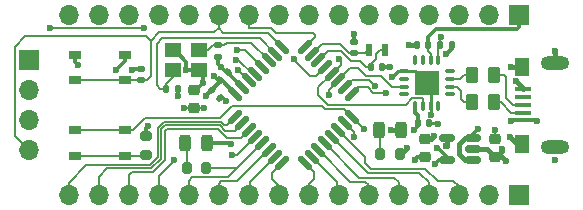
<source format=gtl>
G04 #@! TF.GenerationSoftware,KiCad,Pcbnew,7.0.7*
G04 #@! TF.CreationDate,2023-09-06T15:40:30-04:00*
G04 #@! TF.ProjectId,stm8l151k6t6_board,73746d38-6c31-4353-916b-3674365f626f,rev?*
G04 #@! TF.SameCoordinates,Original*
G04 #@! TF.FileFunction,Copper,L1,Top*
G04 #@! TF.FilePolarity,Positive*
%FSLAX46Y46*%
G04 Gerber Fmt 4.6, Leading zero omitted, Abs format (unit mm)*
G04 Created by KiCad (PCBNEW 7.0.7) date 2023-09-06 15:40:30*
%MOMM*%
%LPD*%
G01*
G04 APERTURE LIST*
G04 Aperture macros list*
%AMRoundRect*
0 Rectangle with rounded corners*
0 $1 Rounding radius*
0 $2 $3 $4 $5 $6 $7 $8 $9 X,Y pos of 4 corners*
0 Add a 4 corners polygon primitive as box body*
4,1,4,$2,$3,$4,$5,$6,$7,$8,$9,$2,$3,0*
0 Add four circle primitives for the rounded corners*
1,1,$1+$1,$2,$3*
1,1,$1+$1,$4,$5*
1,1,$1+$1,$6,$7*
1,1,$1+$1,$8,$9*
0 Add four rect primitives between the rounded corners*
20,1,$1+$1,$2,$3,$4,$5,0*
20,1,$1+$1,$4,$5,$6,$7,0*
20,1,$1+$1,$6,$7,$8,$9,0*
20,1,$1+$1,$8,$9,$2,$3,0*%
G04 Aperture macros list end*
G04 #@! TA.AperFunction,SMDPad,CuDef*
%ADD10RoundRect,0.140000X-0.140000X-0.170000X0.140000X-0.170000X0.140000X0.170000X-0.140000X0.170000X0*%
G04 #@! TD*
G04 #@! TA.AperFunction,SMDPad,CuDef*
%ADD11RoundRect,0.150000X0.512500X0.150000X-0.512500X0.150000X-0.512500X-0.150000X0.512500X-0.150000X0*%
G04 #@! TD*
G04 #@! TA.AperFunction,SMDPad,CuDef*
%ADD12RoundRect,0.225000X0.250000X-0.225000X0.250000X0.225000X-0.250000X0.225000X-0.250000X-0.225000X0*%
G04 #@! TD*
G04 #@! TA.AperFunction,SMDPad,CuDef*
%ADD13R,1.400000X1.200000*%
G04 #@! TD*
G04 #@! TA.AperFunction,SMDPad,CuDef*
%ADD14RoundRect,0.250000X0.262500X0.450000X-0.262500X0.450000X-0.262500X-0.450000X0.262500X-0.450000X0*%
G04 #@! TD*
G04 #@! TA.AperFunction,SMDPad,CuDef*
%ADD15RoundRect,0.140000X0.170000X-0.140000X0.170000X0.140000X-0.170000X0.140000X-0.170000X-0.140000X0*%
G04 #@! TD*
G04 #@! TA.AperFunction,SMDPad,CuDef*
%ADD16RoundRect,0.140000X0.021213X-0.219203X0.219203X-0.021213X-0.021213X0.219203X-0.219203X0.021213X0*%
G04 #@! TD*
G04 #@! TA.AperFunction,SMDPad,CuDef*
%ADD17RoundRect,0.200000X0.275000X-0.200000X0.275000X0.200000X-0.275000X0.200000X-0.275000X-0.200000X0*%
G04 #@! TD*
G04 #@! TA.AperFunction,SMDPad,CuDef*
%ADD18RoundRect,0.200000X0.200000X0.275000X-0.200000X0.275000X-0.200000X-0.275000X0.200000X-0.275000X0*%
G04 #@! TD*
G04 #@! TA.AperFunction,SMDPad,CuDef*
%ADD19R,1.350013X0.400000*%
G04 #@! TD*
G04 #@! TA.AperFunction,SMDPad,CuDef*
%ADD20R,1.199898X1.600000*%
G04 #@! TD*
G04 #@! TA.AperFunction,ComponentPad*
%ADD21O,2.400000X1.200000*%
G04 #@! TD*
G04 #@! TA.AperFunction,SMDPad,CuDef*
%ADD22RoundRect,0.140000X0.140000X0.170000X-0.140000X0.170000X-0.140000X-0.170000X0.140000X-0.170000X0*%
G04 #@! TD*
G04 #@! TA.AperFunction,SMDPad,CuDef*
%ADD23RoundRect,0.075000X0.075000X-0.350000X0.075000X0.350000X-0.075000X0.350000X-0.075000X-0.350000X0*%
G04 #@! TD*
G04 #@! TA.AperFunction,SMDPad,CuDef*
%ADD24RoundRect,0.075000X0.350000X-0.075000X0.350000X0.075000X-0.350000X0.075000X-0.350000X-0.075000X0*%
G04 #@! TD*
G04 #@! TA.AperFunction,SMDPad,CuDef*
%ADD25R,2.100000X2.100000*%
G04 #@! TD*
G04 #@! TA.AperFunction,SMDPad,CuDef*
%ADD26RoundRect,0.125000X-0.530330X0.353553X0.353553X-0.530330X0.530330X-0.353553X-0.353553X0.530330X0*%
G04 #@! TD*
G04 #@! TA.AperFunction,SMDPad,CuDef*
%ADD27RoundRect,0.125000X-0.530330X-0.353553X-0.353553X-0.530330X0.530330X0.353553X0.353553X0.530330X0*%
G04 #@! TD*
G04 #@! TA.AperFunction,SMDPad,CuDef*
%ADD28R,1.050013X0.700000*%
G04 #@! TD*
G04 #@! TA.AperFunction,SMDPad,CuDef*
%ADD29RoundRect,0.243750X0.243750X0.456250X-0.243750X0.456250X-0.243750X-0.456250X0.243750X-0.456250X0*%
G04 #@! TD*
G04 #@! TA.AperFunction,SMDPad,CuDef*
%ADD30R,0.600000X1.100000*%
G04 #@! TD*
G04 #@! TA.AperFunction,SMDPad,CuDef*
%ADD31RoundRect,0.140000X-0.219203X-0.021213X-0.021213X-0.219203X0.219203X0.021213X0.021213X0.219203X0*%
G04 #@! TD*
G04 #@! TA.AperFunction,SMDPad,CuDef*
%ADD32RoundRect,0.225000X-0.250000X0.225000X-0.250000X-0.225000X0.250000X-0.225000X0.250000X0.225000X0*%
G04 #@! TD*
G04 #@! TA.AperFunction,ComponentPad*
%ADD33R,1.700000X1.700000*%
G04 #@! TD*
G04 #@! TA.AperFunction,ComponentPad*
%ADD34O,1.700000X1.700000*%
G04 #@! TD*
G04 #@! TA.AperFunction,SMDPad,CuDef*
%ADD35RoundRect,0.140000X-0.170000X0.140000X-0.170000X-0.140000X0.170000X-0.140000X0.170000X0.140000X0*%
G04 #@! TD*
G04 #@! TA.AperFunction,ViaPad*
%ADD36C,0.600000*%
G04 #@! TD*
G04 #@! TA.AperFunction,Conductor*
%ADD37C,0.450000*%
G04 #@! TD*
G04 #@! TA.AperFunction,Conductor*
%ADD38C,0.350000*%
G04 #@! TD*
G04 #@! TA.AperFunction,Conductor*
%ADD39C,0.300000*%
G04 #@! TD*
G04 #@! TA.AperFunction,Conductor*
%ADD40C,0.200000*%
G04 #@! TD*
G04 #@! TA.AperFunction,Conductor*
%ADD41C,0.400000*%
G04 #@! TD*
G04 #@! TA.AperFunction,Conductor*
%ADD42C,0.250000*%
G04 #@! TD*
G04 #@! TA.AperFunction,Conductor*
%ADD43C,0.150000*%
G04 #@! TD*
G04 APERTURE END LIST*
D10*
X143570000Y-109800000D03*
X144530000Y-109800000D03*
D11*
X152237500Y-117650000D03*
X152237500Y-116700000D03*
X152237500Y-115750000D03*
X149962500Y-115750000D03*
X149962500Y-117650000D03*
D12*
X128550000Y-113225000D03*
X128550000Y-111675000D03*
D13*
X126800000Y-110050000D03*
X129000000Y-110050000D03*
X129000000Y-108350000D03*
X126800000Y-108350000D03*
D14*
X153962500Y-112750000D03*
X152137500Y-112750000D03*
D15*
X124100076Y-110854930D03*
X124100076Y-109894930D03*
D16*
X130810589Y-110889411D03*
X131489411Y-110210589D03*
D17*
X124500000Y-117225000D03*
X124500000Y-115575000D03*
D18*
X129600000Y-118325000D03*
X127950000Y-118325000D03*
D19*
X156449898Y-114270003D03*
X156449898Y-113619761D03*
X156449898Y-112969520D03*
X156449898Y-112319279D03*
X156449898Y-111669037D03*
D20*
X156374968Y-116249936D03*
X156374968Y-109750064D03*
D21*
X159125032Y-116575057D03*
X159125032Y-109424943D03*
D22*
X148380000Y-107900000D03*
X147420000Y-107900000D03*
D10*
X149420000Y-107900000D03*
X150380000Y-107900000D03*
X126220000Y-111600000D03*
X127180000Y-111600000D03*
D23*
X147325000Y-113050000D03*
X147975000Y-113050000D03*
X148625000Y-113050000D03*
X149275000Y-113050000D03*
D24*
X150250000Y-112075000D03*
X150250000Y-111425000D03*
X150250000Y-110775000D03*
X150250000Y-110125000D03*
D23*
X149275000Y-109150000D03*
X148625000Y-109150000D03*
X147975000Y-109150000D03*
X147325000Y-109150000D03*
D24*
X146350000Y-110125000D03*
X146350000Y-110775000D03*
X146350000Y-111425000D03*
X146350000Y-112075000D03*
D25*
X148300000Y-111100000D03*
D26*
X136027728Y-108067930D03*
X135462043Y-108633616D03*
X134896357Y-109199301D03*
X134330672Y-109764986D03*
X133764986Y-110330672D03*
X133199301Y-110896357D03*
X132633616Y-111462043D03*
X132067930Y-112027728D03*
D27*
X132067930Y-113972272D03*
X132633616Y-114537957D03*
X133199301Y-115103643D03*
X133764986Y-115669328D03*
X134330672Y-116235014D03*
X134896357Y-116800699D03*
X135462043Y-117366384D03*
X136027728Y-117932070D03*
D26*
X137972272Y-117932070D03*
X138537957Y-117366384D03*
X139103643Y-116800699D03*
X139669328Y-116235014D03*
X140235014Y-115669328D03*
X140800699Y-115103643D03*
X141366384Y-114537957D03*
X141932070Y-113972272D03*
D27*
X141932070Y-112027728D03*
X141366384Y-111462043D03*
X140800699Y-110896357D03*
X140235014Y-110330672D03*
X139669328Y-109764986D03*
X139103643Y-109199301D03*
X138537957Y-108633616D03*
X137972272Y-108067930D03*
D12*
X148100000Y-117425000D03*
X148100000Y-115875000D03*
D15*
X142150000Y-108580000D03*
X142150000Y-107620000D03*
D28*
X122700076Y-117274930D03*
X118499924Y-117274930D03*
X122700076Y-115125070D03*
X118499924Y-115125070D03*
D14*
X153962500Y-110450000D03*
X152137500Y-110450000D03*
D29*
X146087500Y-115100000D03*
X144212500Y-115100000D03*
D30*
X144750000Y-108300000D03*
X143350000Y-108300000D03*
D31*
X130060589Y-111710589D03*
X130739411Y-112389411D03*
D32*
X154100000Y-115875000D03*
X154100000Y-117425000D03*
D18*
X145975000Y-117100000D03*
X144325000Y-117100000D03*
D10*
X147520000Y-114500000D03*
X148480000Y-114500000D03*
D28*
X118499924Y-108725070D03*
X122700076Y-108725070D03*
X118499924Y-110874930D03*
X122700076Y-110874930D03*
D33*
X114600000Y-109150000D03*
D34*
X114600000Y-111690000D03*
X114600000Y-114230000D03*
X114600000Y-116770000D03*
D35*
X130600000Y-107920000D03*
X130600000Y-108880000D03*
D29*
X129712500Y-116225000D03*
X127837500Y-116225000D03*
D33*
X156050000Y-120600000D03*
D34*
X153510000Y-120600000D03*
X150970000Y-120600000D03*
X148430000Y-120600000D03*
X145890000Y-120600000D03*
X143350000Y-120600000D03*
X140810000Y-120600000D03*
X138270000Y-120600000D03*
X135730000Y-120600000D03*
X133190000Y-120600000D03*
X130650000Y-120600000D03*
X128110000Y-120600000D03*
X125570000Y-120600000D03*
X123030000Y-120600000D03*
X120490000Y-120600000D03*
X117950000Y-120600000D03*
D33*
X156050000Y-105380000D03*
D34*
X153510000Y-105380000D03*
X150970000Y-105380000D03*
X148430000Y-105380000D03*
X145890000Y-105380000D03*
X143350000Y-105380000D03*
X140810000Y-105380000D03*
X138270000Y-105380000D03*
X135730000Y-105380000D03*
X133190000Y-105380000D03*
X130650000Y-105380000D03*
X128110000Y-105380000D03*
X125570000Y-105380000D03*
X123030000Y-105380000D03*
X120490000Y-105380000D03*
X117950000Y-105380000D03*
D36*
X157650000Y-114300000D03*
X155450000Y-114300000D03*
X154100000Y-115100000D03*
X152650000Y-115050000D03*
X130250000Y-110550000D03*
X129550000Y-112200000D03*
X127700000Y-113250000D03*
X129400000Y-113250000D03*
X149150000Y-116650000D03*
X149500000Y-107200000D03*
X149000000Y-117985500D03*
X147300000Y-117600000D03*
X146600000Y-116600000D03*
X147200000Y-115100000D03*
X148600000Y-113800000D03*
X118750000Y-109600000D03*
X146800000Y-107900000D03*
X145200000Y-109800000D03*
X155850000Y-110950000D03*
X149200000Y-114560500D03*
X149950000Y-116450000D03*
X148900000Y-115639500D03*
X155350000Y-115700000D03*
X154950000Y-117700000D03*
X127939502Y-110000000D03*
X127200000Y-112200000D03*
X122000000Y-110000000D03*
X123350000Y-110050000D03*
X131700000Y-116264500D03*
X131300000Y-112650000D03*
X124700000Y-114750000D03*
X145250000Y-115100000D03*
X159100000Y-117600000D03*
X145350000Y-110650000D03*
X155450000Y-109800000D03*
X159100000Y-108450000D03*
X149950000Y-108700000D03*
X129350000Y-111100000D03*
X142150000Y-106950000D03*
X154660500Y-116717249D03*
X130900000Y-109800000D03*
X132200000Y-108350000D03*
X132163807Y-109136193D03*
X132300000Y-110000000D03*
X126850000Y-117650000D03*
X131800000Y-117200000D03*
X142113807Y-115686193D03*
X142950000Y-115050000D03*
X144800000Y-112000000D03*
X143900000Y-111400000D03*
X137000000Y-109100000D03*
X140000000Y-112150000D03*
X140850000Y-109100000D03*
X124300000Y-106500000D03*
X116400000Y-106500000D03*
D37*
X152237500Y-117650000D02*
X151550000Y-117650000D01*
X151550000Y-117650000D02*
X151050000Y-117150000D01*
X151050000Y-117150000D02*
X151050000Y-116250000D01*
X151050000Y-116250000D02*
X151550000Y-115750000D01*
X151550000Y-115750000D02*
X152237500Y-115750000D01*
D38*
X148380000Y-107900000D02*
X148380000Y-107220000D01*
X148380000Y-107220000D02*
X149050000Y-106550000D01*
X149050000Y-106550000D02*
X155900000Y-106550000D01*
X155900000Y-106550000D02*
X156050000Y-106400000D01*
X156050000Y-106400000D02*
X156050000Y-105380000D01*
D39*
X157620003Y-114270003D02*
X157650000Y-114300000D01*
X156449898Y-114270003D02*
X157620003Y-114270003D01*
X155479997Y-114270003D02*
X155450000Y-114300000D01*
X156449898Y-114270003D02*
X155479997Y-114270003D01*
D40*
X154100000Y-115875000D02*
X154100000Y-115100000D01*
D39*
X152237500Y-115462500D02*
X152650000Y-115050000D01*
X152237500Y-115750000D02*
X152237500Y-115462500D01*
D38*
X130589411Y-110889411D02*
X130250000Y-110550000D01*
X130810589Y-110889411D02*
X130589411Y-110889411D01*
X130039411Y-111710589D02*
X129550000Y-112200000D01*
X130060589Y-111710589D02*
X130039411Y-111710589D01*
D40*
X127725000Y-113225000D02*
X127700000Y-113250000D01*
X128550000Y-113225000D02*
X127725000Y-113225000D01*
X129375000Y-113225000D02*
X129400000Y-113250000D01*
X128550000Y-113225000D02*
X129375000Y-113225000D01*
D39*
X149962500Y-117412500D02*
X149200000Y-116650000D01*
X149962500Y-117650000D02*
X149962500Y-117412500D01*
X149000000Y-117985500D02*
X149335500Y-117650000D01*
X149335500Y-117650000D02*
X149962500Y-117650000D01*
D40*
X149500000Y-107200000D02*
X149420000Y-107280000D01*
X149420000Y-107280000D02*
X149420000Y-107900000D01*
D39*
X147475000Y-117425000D02*
X147300000Y-117600000D01*
X148100000Y-117425000D02*
X147475000Y-117425000D01*
D41*
X146100000Y-117100000D02*
X146600000Y-116600000D01*
X145975000Y-117100000D02*
X146100000Y-117100000D01*
D39*
X147520000Y-114780000D02*
X147200000Y-115100000D01*
X147520000Y-114500000D02*
X147520000Y-114780000D01*
X147325000Y-113050000D02*
X147325000Y-113625000D01*
X147325000Y-113625000D02*
X147520000Y-113820000D01*
X147520000Y-113820000D02*
X147520000Y-114500000D01*
D41*
X145975000Y-117100000D02*
X146036081Y-117100000D01*
X153975000Y-115750000D02*
X154100000Y-115875000D01*
D40*
X148625000Y-108625000D02*
X148380000Y-108380000D01*
X154100000Y-115900000D02*
X154100000Y-115875000D01*
X148380000Y-108380000D02*
X148380000Y-107900000D01*
X148625000Y-109150000D02*
X148625000Y-108625000D01*
X148625000Y-109150000D02*
X148625000Y-109475000D01*
D39*
X144530000Y-109800000D02*
X145200000Y-109800000D01*
X129350000Y-111100000D02*
X129350000Y-110400000D01*
D41*
X155850000Y-110950000D02*
X156449898Y-111549898D01*
D42*
X148625000Y-113775000D02*
X148600000Y-113800000D01*
D41*
X147420000Y-107900000D02*
X146800000Y-107900000D01*
X149962500Y-116437500D02*
X149950000Y-116450000D01*
X148664500Y-115875000D02*
X148100000Y-115875000D01*
X154660500Y-116717249D02*
X154660500Y-116864500D01*
D39*
X128775000Y-111675000D02*
X128550000Y-111675000D01*
D38*
X131310589Y-110210589D02*
X130900000Y-109800000D01*
D41*
X155499936Y-109750064D02*
X155450000Y-109800000D01*
D42*
X146350000Y-110125000D02*
X145875000Y-110125000D01*
D41*
X156449898Y-111549898D02*
X156449898Y-111669037D01*
X154675000Y-117425000D02*
X154950000Y-117700000D01*
X148900000Y-115639500D02*
X148664500Y-115875000D01*
D39*
X131700000Y-116264500D02*
X131660500Y-116225000D01*
X127180000Y-111600000D02*
X127180000Y-112180000D01*
D41*
X156374968Y-116249936D02*
X155899936Y-116249936D01*
D39*
X130600000Y-108880000D02*
X130600000Y-109500000D01*
D42*
X149200000Y-114560500D02*
X149139500Y-114500000D01*
D38*
X131489411Y-110210589D02*
X131310589Y-110210589D01*
X131489411Y-110289411D02*
X131489411Y-110210589D01*
D42*
X149139500Y-114500000D02*
X148480000Y-114500000D01*
D41*
X156374968Y-109750064D02*
X155499936Y-109750064D01*
D39*
X127180000Y-112180000D02*
X127200000Y-112200000D01*
X150380000Y-108270000D02*
X149950000Y-108700000D01*
D38*
X132633616Y-111462043D02*
X132633616Y-111433616D01*
D41*
X154100000Y-117425000D02*
X154675000Y-117425000D01*
D38*
X132633616Y-111433616D02*
X131489411Y-110289411D01*
D39*
X123505070Y-109894930D02*
X124100076Y-109894930D01*
D42*
X145875000Y-110125000D02*
X145350000Y-110650000D01*
D39*
X131300000Y-112650000D02*
X131039411Y-112389411D01*
X142150000Y-107620000D02*
X142150000Y-106950000D01*
X122000000Y-110000000D02*
X122700076Y-109299924D01*
X131039411Y-112389411D02*
X130739411Y-112389411D01*
D41*
X154660500Y-116864500D02*
X154100000Y-117425000D01*
X155899936Y-116249936D02*
X155350000Y-115700000D01*
D39*
X130600000Y-109500000D02*
X130900000Y-109800000D01*
X118499924Y-109349924D02*
X118499924Y-108725070D01*
X123350000Y-110050000D02*
X123505070Y-109894930D01*
X127939502Y-110000000D02*
X127989502Y-110050000D01*
D41*
X159125032Y-109424943D02*
X159125032Y-108475032D01*
D39*
X124500000Y-115575000D02*
X124500000Y-114950000D01*
D42*
X147325000Y-110125000D02*
X146350000Y-110125000D01*
D41*
X146087500Y-115100000D02*
X145250000Y-115100000D01*
D39*
X126980000Y-108350000D02*
X126800000Y-108350000D01*
D37*
X153375000Y-116700000D02*
X154100000Y-117425000D01*
D41*
X149962500Y-115750000D02*
X149962500Y-116437500D01*
D39*
X129350000Y-110400000D02*
X129000000Y-110050000D01*
D41*
X159125032Y-108475032D02*
X159100000Y-108450000D01*
D42*
X148625000Y-113050000D02*
X148625000Y-113775000D01*
D39*
X127939502Y-110000000D02*
X127939502Y-109309502D01*
X118750000Y-109600000D02*
X118499924Y-109349924D01*
X150380000Y-107900000D02*
X150380000Y-108270000D01*
X122700076Y-109299924D02*
X122700076Y-108725070D01*
D42*
X148625000Y-113050000D02*
X148625000Y-111425000D01*
D39*
X127939502Y-109309502D02*
X126980000Y-108350000D01*
X127989502Y-110050000D02*
X129000000Y-110050000D01*
X129350000Y-111100000D02*
X128775000Y-111675000D01*
D42*
X148300000Y-111100000D02*
X147325000Y-110125000D01*
D39*
X131660500Y-116225000D02*
X129712500Y-116225000D01*
D37*
X152237500Y-116700000D02*
X153375000Y-116700000D01*
D39*
X124500000Y-114950000D02*
X124700000Y-114750000D01*
D42*
X148625000Y-111425000D02*
X148300000Y-111100000D01*
D38*
X128550000Y-113100000D02*
X128550000Y-113425000D01*
X130810589Y-110960589D02*
X130060589Y-111710589D01*
X132067930Y-112027728D02*
X132067930Y-112017930D01*
D40*
X149275000Y-109150000D02*
X149275000Y-108045000D01*
D38*
X130810589Y-110889411D02*
X130810589Y-110960589D01*
X130939411Y-110889411D02*
X130810589Y-110889411D01*
X132067930Y-112017930D02*
X130939411Y-110889411D01*
X130060589Y-111710589D02*
X129939411Y-111710589D01*
D40*
X128725000Y-113400000D02*
X128550000Y-113225000D01*
X149275000Y-108045000D02*
X149420000Y-107900000D01*
X144325000Y-117100000D02*
X144325000Y-115212500D01*
X144325000Y-115212500D02*
X144212500Y-115100000D01*
X127950000Y-116337500D02*
X127837500Y-116225000D01*
X127950000Y-118325000D02*
X127950000Y-116337500D01*
D43*
X132240686Y-118325000D02*
X134330672Y-116235014D01*
X134330672Y-116235014D02*
X131465686Y-119100000D01*
X129025000Y-119100000D02*
X128400000Y-119100000D01*
X128110000Y-119390000D02*
X128110000Y-120600000D01*
X128400000Y-119100000D02*
X128110000Y-119390000D01*
X129600000Y-118325000D02*
X132240686Y-118325000D01*
X131465686Y-119100000D02*
X129025000Y-119100000D01*
X126800000Y-110600000D02*
X126800000Y-110050000D01*
X126220000Y-111600000D02*
X125700000Y-111600000D01*
X125400000Y-107800000D02*
X125900000Y-107300000D01*
X126220000Y-111180000D02*
X126800000Y-110600000D01*
X125400000Y-111300000D02*
X125400000Y-107800000D01*
X134128427Y-107300000D02*
X135462043Y-108633616D01*
X125900000Y-107300000D02*
X134128427Y-107300000D01*
X126220000Y-111600000D02*
X126220000Y-111180000D01*
X125700000Y-111600000D02*
X125400000Y-111300000D01*
X143950000Y-108700000D02*
X144350000Y-108300000D01*
X143570000Y-109480000D02*
X143950000Y-109100000D01*
X142600000Y-109250000D02*
X143150000Y-109800000D01*
X141050000Y-108400000D02*
X141900000Y-109250000D01*
X144350000Y-108300000D02*
X144750000Y-108300000D01*
X143570000Y-109800000D02*
X143570000Y-109480000D01*
X143950000Y-109100000D02*
X143950000Y-108700000D01*
X139902944Y-108400000D02*
X141050000Y-108400000D01*
X139103643Y-109199301D02*
X139902944Y-108400000D01*
X143150000Y-109800000D02*
X143570000Y-109800000D01*
X141900000Y-109250000D02*
X142600000Y-109250000D01*
X134330672Y-109730672D02*
X134330672Y-109764986D01*
X132900000Y-108350000D02*
X132200000Y-108350000D01*
X134330672Y-109764986D02*
X134314986Y-109764986D01*
X134330672Y-109764986D02*
X134330672Y-109680672D01*
X134314986Y-109764986D02*
X132900000Y-108350000D01*
X132336193Y-109136193D02*
X133530672Y-110330672D01*
X133530672Y-110330672D02*
X133764986Y-110330672D01*
X132163807Y-109136193D02*
X132336193Y-109136193D01*
X133199301Y-110849301D02*
X133199301Y-110896357D01*
X133199301Y-110896357D02*
X133196357Y-110896357D01*
X133196357Y-110896357D02*
X132300000Y-110000000D01*
X117950000Y-119550000D02*
X119450000Y-118050000D01*
X126000000Y-114400000D02*
X130900000Y-114400000D01*
X125500000Y-117400000D02*
X125500000Y-114900000D01*
X124850000Y-118050000D02*
X125500000Y-117400000D01*
X125500000Y-114900000D02*
X126000000Y-114400000D01*
X117950000Y-120600000D02*
X117950000Y-119550000D01*
X131150000Y-114650000D02*
X131390202Y-114650000D01*
X131390202Y-114650000D02*
X132067930Y-113972272D01*
X130900000Y-114400000D02*
X131150000Y-114650000D01*
X119450000Y-118050000D02*
X124850000Y-118050000D01*
X125790000Y-115020122D02*
X126120122Y-114690000D01*
X120490000Y-120600000D02*
X120490000Y-119060000D01*
X121210000Y-118340000D02*
X124970122Y-118340000D01*
X130745000Y-114690000D02*
X131205000Y-115150000D01*
X131205000Y-115150000D02*
X132021573Y-115150000D01*
X120490000Y-119060000D02*
X121210000Y-118340000D01*
X125790000Y-117520122D02*
X125790000Y-115020122D01*
X126120122Y-114690000D02*
X130745000Y-114690000D01*
X132021573Y-115150000D02*
X132633616Y-114537957D01*
X124970122Y-118340000D02*
X125790000Y-117520122D01*
X123030000Y-120600000D02*
X123030000Y-118900000D01*
X130624878Y-114980000D02*
X131394878Y-115750000D01*
X126080000Y-117640244D02*
X126080000Y-115170000D01*
X125090244Y-118630000D02*
X126080000Y-117640244D01*
X131394878Y-115750000D02*
X132552944Y-115750000D01*
X126270000Y-114980000D02*
X130624878Y-114980000D01*
X132552944Y-115750000D02*
X133199301Y-115103643D01*
X123030000Y-118900000D02*
X123300000Y-118630000D01*
X126080000Y-115170000D02*
X126270000Y-114980000D01*
X123300000Y-118630000D02*
X125090244Y-118630000D01*
X125570000Y-118980000D02*
X126850000Y-117700000D01*
X126850000Y-117650000D02*
X126900000Y-117650000D01*
X126850000Y-117700000D02*
X126850000Y-117650000D01*
X132234314Y-117200000D02*
X133764986Y-115669328D01*
X125570000Y-120600000D02*
X125570000Y-118980000D01*
X131800000Y-117200000D02*
X132234314Y-117200000D01*
X126900000Y-117650000D02*
X126900000Y-117650000D01*
X130900000Y-119450000D02*
X130650000Y-119700000D01*
X134896357Y-116800699D02*
X134874301Y-116800699D01*
X130650000Y-119700000D02*
X130650000Y-120600000D01*
X132225000Y-119450000D02*
X130900000Y-119450000D01*
X134874301Y-116800699D02*
X132225000Y-119450000D01*
X133275000Y-120515000D02*
X133275000Y-119525000D01*
X133275000Y-119525000D02*
X135433616Y-117366384D01*
X133190000Y-120600000D02*
X133275000Y-120515000D01*
X135433616Y-117366384D02*
X135462043Y-117366384D01*
X135200000Y-119250000D02*
X135200000Y-118750000D01*
X135209798Y-118750000D02*
X136027728Y-117932070D01*
X135200000Y-118750000D02*
X135209798Y-118750000D01*
X135730000Y-120600000D02*
X135730000Y-119830000D01*
X135175000Y-119275000D02*
X135200000Y-119250000D01*
X135730000Y-119830000D02*
X135175000Y-119275000D01*
X138270000Y-120600000D02*
X138270000Y-119680000D01*
X138725000Y-119225000D02*
X138725000Y-118684798D01*
X138270000Y-119680000D02*
X138725000Y-119225000D01*
X138725000Y-118684798D02*
X137972272Y-117932070D01*
X140700000Y-120490000D02*
X140810000Y-120600000D01*
X140700000Y-119500000D02*
X140700000Y-120490000D01*
X138566384Y-117366384D02*
X140700000Y-119500000D01*
X138537957Y-117366384D02*
X138566384Y-117366384D01*
X141800000Y-119475000D02*
X143075000Y-119475000D01*
X139125699Y-116800699D02*
X141800000Y-119475000D01*
X143075000Y-119475000D02*
X143350000Y-119750000D01*
X139103643Y-116800699D02*
X139125699Y-116800699D01*
X143350000Y-119750000D02*
X143350000Y-120600000D01*
X145525000Y-119125000D02*
X145890000Y-119490000D01*
X145890000Y-119490000D02*
X145890000Y-120600000D01*
X139669328Y-116235014D02*
X139685014Y-116235014D01*
X139685014Y-116235014D02*
X142575000Y-119125000D01*
X142575000Y-119125000D02*
X145525000Y-119125000D01*
X143300000Y-118725000D02*
X147625000Y-118725000D01*
X140244328Y-115669328D02*
X143300000Y-118725000D01*
X148430000Y-119530000D02*
X148430000Y-120600000D01*
X140235014Y-115669328D02*
X140244328Y-115669328D01*
X147625000Y-118725000D02*
X148430000Y-119530000D01*
X148175000Y-118375000D02*
X149200000Y-119400000D01*
X149200000Y-119400000D02*
X150525000Y-119400000D01*
X140803643Y-115103643D02*
X143075000Y-117375000D01*
X150970000Y-119845000D02*
X150970000Y-120600000D01*
X143075000Y-117375000D02*
X143075000Y-117875000D01*
X143575000Y-118375000D02*
X148175000Y-118375000D01*
X140800699Y-115103643D02*
X140803643Y-115103643D01*
X143075000Y-117875000D02*
X143575000Y-118375000D01*
X150525000Y-119400000D02*
X150970000Y-119845000D01*
X141387957Y-114537957D02*
X141366384Y-114537957D01*
X142113807Y-115686193D02*
X142113807Y-115263807D01*
X142113807Y-115263807D02*
X141387957Y-114537957D01*
X139650000Y-113300000D02*
X141259798Y-113300000D01*
X141259798Y-113300000D02*
X141932070Y-113972272D01*
X141932070Y-113972272D02*
X141932070Y-113982070D01*
X131750000Y-113050000D02*
X139400000Y-113050000D01*
X143000000Y-115050000D02*
X143000000Y-115050000D01*
X130750000Y-114050000D02*
X131750000Y-113050000D01*
X124450000Y-114050000D02*
X130750000Y-114050000D01*
X123374930Y-115125070D02*
X124450000Y-114050000D01*
X141932070Y-113982070D02*
X142950000Y-115000000D01*
X139400000Y-113050000D02*
X139650000Y-113300000D01*
X122700076Y-115125070D02*
X123374930Y-115125070D01*
X142950000Y-115050000D02*
X143000000Y-115050000D01*
X142950000Y-115000000D02*
X142950000Y-115050000D01*
X122700076Y-115125070D02*
X118499924Y-115125070D01*
X142459798Y-111500000D02*
X141932070Y-112027728D01*
X143771680Y-112000000D02*
X143271680Y-111500000D01*
X144800000Y-112000000D02*
X143771680Y-112000000D01*
X143271680Y-111500000D02*
X142459798Y-111500000D01*
X141932070Y-112027728D02*
X141897272Y-112027728D01*
X141366384Y-111462043D02*
X141362957Y-111462043D01*
X141928427Y-110900000D02*
X141366384Y-111462043D01*
X143400000Y-110900000D02*
X141928427Y-110900000D01*
X143900000Y-111400000D02*
X143400000Y-110900000D01*
X137000000Y-109150000D02*
X137000000Y-109100000D01*
X138400000Y-110550000D02*
X137000000Y-109150000D01*
X137000000Y-109100000D02*
X137000000Y-109050000D01*
X139669328Y-109780672D02*
X138900000Y-110550000D01*
X138900000Y-110550000D02*
X138400000Y-110550000D01*
X139669328Y-109764986D02*
X139669328Y-109780672D01*
D40*
X153962500Y-112750000D02*
X154550000Y-112750000D01*
X154550000Y-112750000D02*
X155419761Y-113619761D01*
X155419761Y-113619761D02*
X156449898Y-113619761D01*
X155569520Y-112969520D02*
X155000000Y-112400000D01*
X154850000Y-110450000D02*
X153962500Y-110450000D01*
X156449898Y-112969520D02*
X155569520Y-112969520D01*
X155000000Y-112400000D02*
X155000000Y-110600000D01*
X155000000Y-110600000D02*
X154850000Y-110450000D01*
X152137500Y-110450000D02*
X151450000Y-110450000D01*
X151812500Y-110775000D02*
X152137500Y-110450000D01*
X151450000Y-110450000D02*
X151125000Y-110775000D01*
X151125000Y-110775000D02*
X150250000Y-110775000D01*
D43*
X129750000Y-108350000D02*
X129000000Y-108350000D01*
X133397056Y-107700000D02*
X134896357Y-109199301D01*
X130600000Y-107920000D02*
X131130000Y-107920000D01*
X131350000Y-107700000D02*
X133397056Y-107700000D01*
X130180000Y-107920000D02*
X129750000Y-108350000D01*
X130600000Y-107920000D02*
X130180000Y-107920000D01*
X131130000Y-107920000D02*
X131350000Y-107700000D01*
X141730000Y-108580000D02*
X142150000Y-108580000D01*
X139371573Y-107800000D02*
X140950000Y-107800000D01*
X143070000Y-108580000D02*
X143350000Y-108300000D01*
X142150000Y-108580000D02*
X143070000Y-108580000D01*
X138537957Y-108633616D02*
X139371573Y-107800000D01*
X140950000Y-107800000D02*
X141730000Y-108580000D01*
D40*
X151200000Y-111800000D02*
X150825000Y-111425000D01*
X150825000Y-111425000D02*
X150250000Y-111425000D01*
X151200000Y-112500000D02*
X151200000Y-111800000D01*
X152137500Y-112750000D02*
X151450000Y-112750000D01*
X152137500Y-112537500D02*
X152137500Y-112750000D01*
X151450000Y-112750000D02*
X151200000Y-112500000D01*
X124500000Y-117225000D02*
X124450070Y-117274930D01*
X124450070Y-117274930D02*
X122700076Y-117274930D01*
X118499924Y-117274930D02*
X122700076Y-117274930D01*
D43*
X125650000Y-106775000D02*
X124900000Y-107525000D01*
X113400000Y-108050000D02*
X114300000Y-107150000D01*
D40*
X118499924Y-110874930D02*
X122700076Y-110874930D01*
D43*
X134800000Y-106875000D02*
X131050000Y-106875000D01*
X124900000Y-110550000D02*
X124604930Y-110845070D01*
X124604930Y-110845070D02*
X124109936Y-110845070D01*
X131050000Y-106875000D02*
X130650000Y-106475000D01*
X130650000Y-106425000D02*
X130300000Y-106775000D01*
X114600000Y-116770000D02*
X113400000Y-115570000D01*
X113400000Y-115570000D02*
X113400000Y-108050000D01*
X124109936Y-110845070D02*
X124100076Y-110854930D01*
X130650000Y-106475000D02*
X130650000Y-106425000D01*
X130650000Y-105380000D02*
X130650000Y-106425000D01*
X136027728Y-108067930D02*
X135992930Y-108067930D01*
X124900000Y-107525000D02*
X124900000Y-110550000D01*
X130300000Y-106775000D02*
X125650000Y-106775000D01*
D40*
X124100076Y-110854930D02*
X122720076Y-110854930D01*
X122720076Y-110854930D02*
X122700076Y-110874930D01*
D43*
X114300000Y-107150000D02*
X124525000Y-107150000D01*
X124525000Y-107150000D02*
X124900000Y-107525000D01*
X135992930Y-108067930D02*
X134800000Y-106875000D01*
X140800699Y-110896357D02*
X140800699Y-110849301D01*
X140800699Y-110896357D02*
X140800699Y-110899301D01*
X140800699Y-110899301D02*
X140000000Y-111700000D01*
X145325000Y-111425000D02*
X146350000Y-111425000D01*
X142500000Y-109850000D02*
X143150000Y-110500000D01*
X144400000Y-110500000D02*
X145325000Y-111425000D01*
X140000000Y-111700000D02*
X140000000Y-112150000D01*
X140800699Y-110896357D02*
X140803643Y-110896357D01*
X140800699Y-110849301D02*
X141800000Y-109850000D01*
X141800000Y-109850000D02*
X142500000Y-109850000D01*
X143150000Y-110500000D02*
X144400000Y-110500000D01*
X139100000Y-111465686D02*
X140235014Y-110330672D01*
X147975000Y-113050000D02*
X147975000Y-112475000D01*
X141000000Y-109600000D02*
X141000000Y-109219036D01*
X140235014Y-110330672D02*
X140269328Y-110330672D01*
X147900000Y-112400000D02*
X147050000Y-112400000D01*
X147050000Y-112400000D02*
X146500000Y-112950000D01*
X139900000Y-112950000D02*
X139100000Y-112150000D01*
X139100000Y-112150000D02*
X139100000Y-111465686D01*
X141000000Y-109219036D02*
X140865482Y-109084518D01*
X140269328Y-110330672D02*
X141000000Y-109600000D01*
X147975000Y-112475000D02*
X147900000Y-112400000D01*
X146500000Y-112950000D02*
X139900000Y-112950000D01*
X133250000Y-106500000D02*
X133190000Y-106440000D01*
X116400000Y-106535500D02*
X116400000Y-106500000D01*
X124285000Y-106485000D02*
X124300000Y-106500000D01*
X137982070Y-108067930D02*
X138800000Y-107250000D01*
X116400000Y-106535500D02*
X116400000Y-106535500D01*
X133190000Y-106440000D02*
X133190000Y-105380000D01*
X137972272Y-108067930D02*
X137972272Y-108052728D01*
X116450500Y-106485000D02*
X124285000Y-106485000D01*
X137972272Y-108067930D02*
X137982070Y-108067930D01*
X138800000Y-107050000D02*
X138650000Y-106900000D01*
X133905000Y-105380000D02*
X133190000Y-105380000D01*
X135500000Y-106900000D02*
X135100000Y-106500000D01*
X135100000Y-106500000D02*
X133250000Y-106500000D01*
X138800000Y-107250000D02*
X138800000Y-107050000D01*
X116400000Y-106500000D02*
X116435500Y-106500000D01*
X138650000Y-106900000D02*
X135500000Y-106900000D01*
X116435500Y-106500000D02*
X116450500Y-106485000D01*
M02*

</source>
